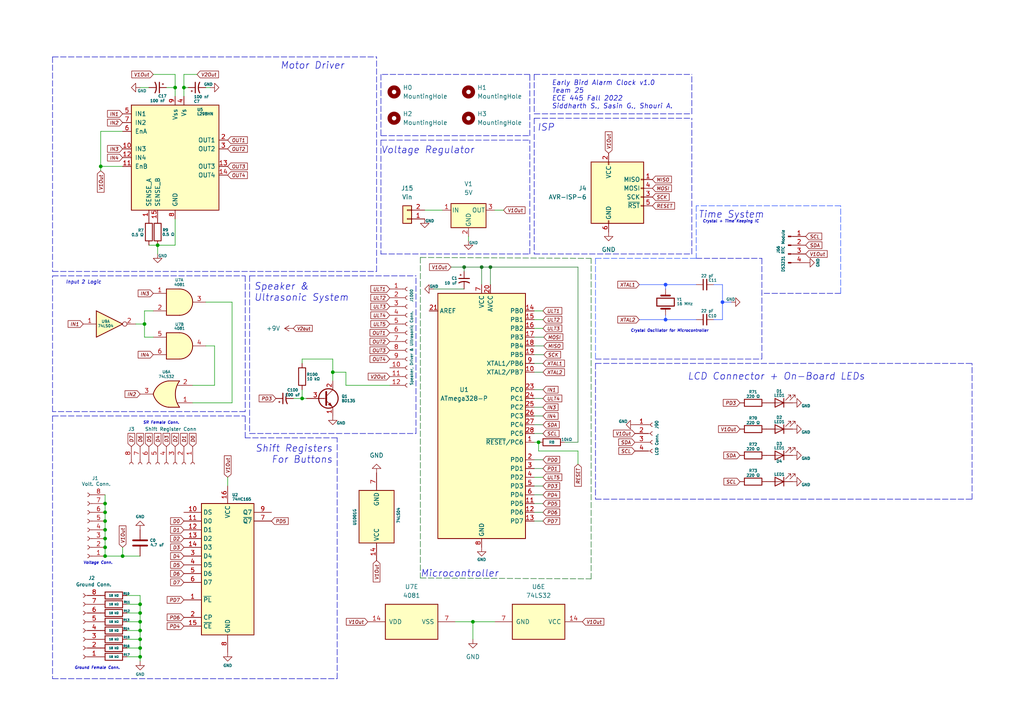
<source format=kicad_sch>
(kicad_sch (version 20211123) (generator eeschema)
  (paper "A4")
  (junction (at 134.62 77.47) (color 17 110 28 1))
  (junction (at 53.34 25.4))
  (junction (at 30.48 158.75))
  (junction (at 35.56 161.29))
  (junction (at 87.63 115.57))
  (junction (at 41.91 93.98))
  (junction (at 30.48 153.67))
  (junction (at 40.64 190.5))
  (junction (at 209.55 87.63) (color 32 74 255 1))
  (junction (at 142.24 77.47) (color 17 110 28 1))
  (junction (at 45.72 71.12))
  (junction (at 40.64 185.42))
  (junction (at 96.52 107.95))
  (junction (at 40.64 187.96))
  (junction (at 40.64 177.8))
  (junction (at 29.21 48.26))
  (junction (at 50.8 25.4))
  (junction (at 30.48 161.29))
  (junction (at 30.48 156.21))
  (junction (at 193.04 82.55) (color 32 74 255 1))
  (junction (at 40.64 175.26))
  (junction (at 40.64 180.34))
  (junction (at 156.21 128.27))
  (junction (at 30.48 151.13))
  (junction (at 137.16 180.34))
  (junction (at 30.48 148.59))
  (junction (at 30.48 146.05))
  (junction (at 139.7 77.47) (color 17 110 28 1))
  (junction (at 193.04 92.71) (color 32 74 255 1))
  (junction (at 40.64 182.88))
  (wire (pts (xy 40.64 175.26) (xy 40.64 177.8)))
  (polyline (pts (xy 72.39 125.73) (xy 120.65 125.73)))
  (wire (pts (xy 30.48 148.59) (xy 30.48 151.13)))
  (polyline (pts (xy 201.93 74.93) (xy 220.98 74.93)))
  (wire (pts (xy 36.83 182.88) (xy 40.64 182.88)))
  (polyline (pts (xy 154.94 33.02) (xy 200.66 33.02)))
  (polyline (pts (xy 15.24 196.85) (xy 97.79 196.85)))
  (polyline (pts (xy 243.84 59.69) (xy 201.93 59.69)) (stroke (width 0) (color 32 74 255 1)))
  (polyline (pts (xy 15.24 78.74) (xy 109.22 78.74)))
  (polyline (pts (xy 110.49 40.64) (xy 110.49 73.66)))
  (polyline (pts (xy 153.67 39.37) (xy 153.67 21.59)))
  (polyline (pts (xy 243.84 85.09) (xy 220.98 85.09)))
  (wire (pts (xy 41.91 90.17) (xy 44.45 90.17)))
  (wire (pts (xy 157.48 123.19) (xy 154.94 123.19)) (stroke (width 0) (color 17 110 28 1)))
  (wire (pts (xy 157.48 148.59) (xy 154.94 148.59)) (stroke (width 0) (color 17 110 28 1)))
  (wire (pts (xy 87.63 105.41) (xy 87.63 104.14)))
  (wire (pts (xy 154.94 97.79) (xy 157.734 97.79)) (stroke (width 0) (color 17 110 28 1)))
  (polyline (pts (xy 154.94 21.59) (xy 154.94 33.02)))
  (wire (pts (xy 40.64 187.96) (xy 40.64 190.5)))
  (wire (pts (xy 157.48 135.89) (xy 154.94 135.89)) (stroke (width 0) (color 17 110 28 1)))
  (wire (pts (xy 59.69 25.4) (xy 60.96 25.4)))
  (wire (pts (xy 193.04 82.55) (xy 201.93 82.55)) (stroke (width 0) (color 32 74 255 1)))
  (wire (pts (xy 157.48 125.73) (xy 154.94 125.73)) (stroke (width 0) (color 17 110 28 1)))
  (wire (pts (xy 207.01 82.55) (xy 209.55 82.55)) (stroke (width 0) (color 32 74 255 1)))
  (wire (pts (xy 209.55 82.55) (xy 209.55 87.63)) (stroke (width 0) (color 32 74 255 1)))
  (wire (pts (xy 29.21 38.1) (xy 29.21 48.26)))
  (wire (pts (xy 29.21 48.26) (xy 35.56 48.26)))
  (wire (pts (xy 157.48 133.35) (xy 154.94 133.35)) (stroke (width 0) (color 17 110 28 1)))
  (wire (pts (xy 154.94 143.51) (xy 157.48 143.51)) (stroke (width 0) (color 17 110 28 1)))
  (wire (pts (xy 157.48 115.57) (xy 154.94 115.57)) (stroke (width 0) (color 17 110 28 1)))
  (wire (pts (xy 134.62 77.47) (xy 139.7 77.47)) (stroke (width 0) (color 17 110 28 1)))
  (wire (pts (xy 100.33 111.76) (xy 100.33 107.95)))
  (wire (pts (xy 36.83 172.72) (xy 40.64 172.72)))
  (wire (pts (xy 139.7 77.47) (xy 139.7 82.55)) (stroke (width 0) (color 17 110 28 1)))
  (wire (pts (xy 50.8 63.5) (xy 50.8 71.12)))
  (wire (pts (xy 142.24 77.47) (xy 167.64 77.47)) (stroke (width 0) (color 17 110 28 1)))
  (wire (pts (xy 157.48 151.13) (xy 154.94 151.13)) (stroke (width 0) (color 17 110 28 1)))
  (wire (pts (xy 36.83 185.42) (xy 40.64 185.42)))
  (wire (pts (xy 55.88 116.84) (xy 67.31 116.84)))
  (polyline (pts (xy 71.12 119.38) (xy 15.24 119.38)))
  (wire (pts (xy 29.21 48.26) (xy 29.21 49.53)))
  (wire (pts (xy 142.24 77.47) (xy 142.24 82.55)) (stroke (width 0) (color 17 110 28 1)))
  (polyline (pts (xy 200.66 73.66) (xy 200.66 34.29)))
  (wire (pts (xy 50.8 21.59) (xy 44.45 21.59)))
  (wire (pts (xy 30.48 146.05) (xy 30.48 148.59)))
  (polyline (pts (xy 15.24 120.65) (xy 71.12 120.65)))
  (polyline (pts (xy 15.24 119.38) (xy 15.24 80.01)))
  (wire (pts (xy 36.83 177.8) (xy 40.64 177.8)))
  (polyline (pts (xy 97.79 127) (xy 71.12 127)))
  (wire (pts (xy 35.56 161.29) (xy 40.64 161.29)))
  (polyline (pts (xy 121.92 74.676) (xy 171.45 74.93)) (stroke (width 0) (color 17 110 28 1)))
  (wire (pts (xy 135.89 69.85) (xy 135.89 68.58)))
  (polyline (pts (xy 172.72 105.41) (xy 281.94 105.41)))
  (wire (pts (xy 154.94 146.05) (xy 157.48 146.05)) (stroke (width 0) (color 17 110 28 1)))
  (wire (pts (xy 40.64 182.88) (xy 40.64 185.42)))
  (wire (pts (xy 157.48 107.95) (xy 154.94 107.95)) (stroke (width 0) (color 17 110 28 1)))
  (wire (pts (xy 41.91 97.79) (xy 44.45 97.79)))
  (wire (pts (xy 35.56 38.1) (xy 29.21 38.1)))
  (wire (pts (xy 30.48 151.13) (xy 30.48 153.67)))
  (wire (pts (xy 154.94 90.17) (xy 157.48 90.17)))
  (wire (pts (xy 62.23 100.33) (xy 62.23 111.76)))
  (polyline (pts (xy 71.12 80.01) (xy 71.12 119.38)))
  (polyline (pts (xy 72.39 80.01) (xy 72.39 125.73)))
  (polyline (pts (xy 154.94 73.66) (xy 200.66 73.66)))
  (wire (pts (xy 209.55 87.63) (xy 212.09 87.63)) (stroke (width 0) (color 32 74 255 1)))
  (wire (pts (xy 157.48 105.41) (xy 154.94 105.41)) (stroke (width 0) (color 17 110 28 1)))
  (wire (pts (xy 143.51 60.96) (xy 146.05 60.96)))
  (wire (pts (xy 87.63 113.03) (xy 87.63 115.57)))
  (polyline (pts (xy 72.39 80.01) (xy 120.65 80.01)))
  (wire (pts (xy 123.19 60.96) (xy 128.27 60.96)))
  (wire (pts (xy 87.63 115.57) (xy 88.9 115.57)))
  (polyline (pts (xy 71.12 127) (xy 71.12 120.65)))
  (wire (pts (xy 113.03 111.76) (xy 100.33 111.76)))
  (wire (pts (xy 30.48 153.67) (xy 30.48 156.21)))
  (polyline (pts (xy 15.24 16.51) (xy 109.22 16.51)))
  (wire (pts (xy 48.26 25.4) (xy 50.8 25.4)))
  (wire (pts (xy 30.48 156.21) (xy 30.48 158.75)))
  (wire (pts (xy 154.94 102.87) (xy 157.734 102.87)) (stroke (width 0) (color 17 110 28 1)))
  (polyline (pts (xy 15.24 16.51) (xy 15.24 78.74)))
  (polyline (pts (xy 172.72 105.41) (xy 172.72 144.78)))
  (wire (pts (xy 157.48 118.11) (xy 154.94 118.11)) (stroke (width 0) (color 17 110 28 1)))
  (wire (pts (xy 41.91 93.98) (xy 41.91 90.17)))
  (wire (pts (xy 96.52 104.14) (xy 96.52 107.95)))
  (polyline (pts (xy 201.93 59.69) (xy 201.93 74.93)) (stroke (width 0) (color 32 74 255 1)))
  (wire (pts (xy 40.64 25.4) (xy 43.18 25.4)))
  (polyline (pts (xy 154.94 21.59) (xy 200.66 21.59)))
  (polyline (pts (xy 220.98 74.93) (xy 220.98 104.14)))
  (wire (pts (xy 137.16 180.34) (xy 137.16 185.42)))
  (wire (pts (xy 87.63 104.14) (xy 96.52 104.14)))
  (wire (pts (xy 62.23 100.33) (xy 59.69 100.33)))
  (wire (pts (xy 130.81 77.47) (xy 134.62 77.47)) (stroke (width 0) (color 17 110 28 1)))
  (wire (pts (xy 62.23 111.76) (xy 55.88 111.76)))
  (wire (pts (xy 154.94 100.33) (xy 157.734 100.33)) (stroke (width 0) (color 17 110 28 1)))
  (wire (pts (xy 36.83 180.34) (xy 40.64 180.34)))
  (wire (pts (xy 134.62 77.47) (xy 134.62 78.74)) (stroke (width 0) (color 17 110 28 1)))
  (wire (pts (xy 53.34 25.4) (xy 53.34 21.59)))
  (wire (pts (xy 36.83 187.96) (xy 40.64 187.96)))
  (wire (pts (xy 157.48 120.65) (xy 154.94 120.65)) (stroke (width 0) (color 17 110 28 1)))
  (wire (pts (xy 40.64 177.8) (xy 40.64 180.34)))
  (polyline (pts (xy 153.67 21.59) (xy 110.49 21.59)))
  (wire (pts (xy 45.72 71.12) (xy 50.8 71.12)))
  (polyline (pts (xy 97.79 196.85) (xy 97.79 127)))
  (polyline (pts (xy 172.72 74.93) (xy 172.72 104.14)) (stroke (width 0) (color 32 74 255 1)))
  (wire (pts (xy 193.04 83.82) (xy 193.04 82.55)) (stroke (width 0) (color 32 74 255 1)))
  (wire (pts (xy 207.01 92.71) (xy 209.55 92.71)) (stroke (width 0) (color 32 74 255 1)))
  (polyline (pts (xy 154.94 34.29) (xy 200.66 34.29)))
  (wire (pts (xy 50.8 25.4) (xy 50.8 21.59)))
  (polyline (pts (xy 110.49 73.66) (xy 153.67 73.66)))
  (wire (pts (xy 43.18 71.12) (xy 45.72 71.12)))
  (wire (pts (xy 50.8 27.94) (xy 50.8 25.4)))
  (wire (pts (xy 59.69 87.63) (xy 67.31 87.63)))
  (polyline (pts (xy 200.66 33.02) (xy 200.66 21.59)))
  (wire (pts (xy 45.72 71.12) (xy 45.72 73.66)))
  (wire (pts (xy 154.94 95.25) (xy 157.48 95.25)))
  (polyline (pts (xy 172.72 74.93) (xy 201.93 74.93)) (stroke (width 0) (color 32 74 255 1)))
  (wire (pts (xy 157.48 140.97) (xy 154.94 140.97)) (stroke (width 0) (color 17 110 28 1)))
  (wire (pts (xy 66.04 138.43) (xy 66.04 140.97)))
  (wire (pts (xy 167.64 128.27) (xy 163.83 128.27)) (stroke (width 0) (color 17 110 28 1)))
  (polyline (pts (xy 154.94 34.29) (xy 154.94 73.66)))
  (wire (pts (xy 53.34 21.59) (xy 57.15 21.59)))
  (wire (pts (xy 30.48 161.29) (xy 35.56 161.29)))
  (wire (pts (xy 193.04 91.44) (xy 193.04 92.71)) (stroke (width 0) (color 32 74 255 1)))
  (wire (pts (xy 154.94 138.43) (xy 157.48 138.43)))
  (polyline (pts (xy 243.84 85.09) (xy 243.84 59.69)) (stroke (width 0) (color 32 74 255 1)))
  (polyline (pts (xy 281.94 144.78) (xy 281.94 105.41)))
  (wire (pts (xy 156.21 130.81) (xy 167.64 130.81)))
  (wire (pts (xy 53.34 25.4) (xy 54.61 25.4)))
  (polyline (pts (xy 171.45 167.894) (xy 171.45 74.93)) (stroke (width 0) (color 17 110 28 1)))
  (polyline (pts (xy 109.22 78.74) (xy 109.22 16.51)))
  (wire (pts (xy 125.73 83.82) (xy 134.62 83.82)) (stroke (width 0) (color 17 110 28 1)))
  (wire (pts (xy 40.64 172.72) (xy 40.64 175.26)))
  (wire (pts (xy 96.52 107.95) (xy 96.52 110.49)))
  (wire (pts (xy 154.94 92.71) (xy 157.48 92.71)))
  (polyline (pts (xy 15.24 120.65) (xy 15.24 196.85)))
  (wire (pts (xy 35.56 158.75) (xy 35.56 161.29)))
  (wire (pts (xy 185.42 92.71) (xy 193.04 92.71)) (stroke (width 0) (color 32 74 255 1)))
  (wire (pts (xy 193.04 92.71) (xy 201.93 92.71)) (stroke (width 0) (color 32 74 255 1)))
  (polyline (pts (xy 15.24 80.01) (xy 71.12 80.01)))
  (wire (pts (xy 157.48 113.03) (xy 154.94 113.03)) (stroke (width 0) (color 17 110 28 1)))
  (wire (pts (xy 30.48 143.51) (xy 30.48 146.05)))
  (wire (pts (xy 139.7 77.47) (xy 142.24 77.47)) (stroke (width 0) (color 17 110 28 1)))
  (wire (pts (xy 167.64 77.47) (xy 167.64 128.27)) (stroke (width 0) (color 17 110 28 1)))
  (wire (pts (xy 209.55 87.63) (xy 209.55 92.71)) (stroke (width 0) (color 32 74 255 1)))
  (wire (pts (xy 39.37 93.98) (xy 41.91 93.98)))
  (wire (pts (xy 40.64 185.42) (xy 40.64 187.96)))
  (wire (pts (xy 100.33 107.95) (xy 96.52 107.95)))
  (wire (pts (xy 156.21 128.27) (xy 156.21 130.81)))
  (polyline (pts (xy 120.65 125.73) (xy 120.65 80.01)))
  (polyline (pts (xy 110.49 39.37) (xy 153.67 39.37)))
  (polyline (pts (xy 153.67 73.66) (xy 153.67 40.64)))
  (wire (pts (xy 132.08 180.34) (xy 137.16 180.34)))
  (wire (pts (xy 40.64 180.34) (xy 40.64 182.88)))
  (wire (pts (xy 53.34 27.94) (xy 53.34 25.4)))
  (polyline (pts (xy 121.92 167.64) (xy 171.45 167.894)) (stroke (width 0) (color 17 110 28 1)))
  (polyline (pts (xy 110.49 21.59) (xy 110.49 39.37)))
  (wire (pts (xy 36.83 190.5) (xy 40.64 190.5)))
  (wire (pts (xy 85.09 115.57) (xy 87.63 115.57)))
  (polyline (pts (xy 172.72 104.14) (xy 220.98 104.14)))
  (wire (pts (xy 167.64 130.81) (xy 167.64 134.62)))
  (wire (pts (xy 30.48 158.75) (xy 30.48 161.29)))
  (wire (pts (xy 41.91 93.98) (xy 41.91 97.79)))
  (wire (pts (xy 40.64 190.5) (xy 40.64 191.77)))
  (wire (pts (xy 67.31 87.63) (xy 67.31 116.84)))
  (wire (pts (xy 185.42 82.55) (xy 193.04 82.55)) (stroke (width 0) (color 32 74 255 1)))
  (polyline (pts (xy 121.92 74.676) (xy 121.92 167.64)) (stroke (width 0) (color 17 110 28 1)))
  (wire (pts (xy 156.21 128.27) (xy 154.94 128.27)))
  (wire (pts (xy 143.51 180.34) (xy 137.16 180.34)))
  (polyline (pts (xy 110.49 40.64) (xy 153.67 40.64)))
  (polyline (pts (xy 172.72 144.78) (xy 281.94 144.78)))
  (wire (pts (xy 36.83 175.26) (xy 40.64 175.26)))
  (text "Shift Registers\nFor Buttons" (at 96.52 134.62 180) (effects (font (size 2 2) italic) (justify right bottom)))
  (text "Crystal Oscillator for Microcontroller" (at 182.88 96.52 0) (effects (font (size 0.8 0.8) italic) (justify left bottom)))
  (text "LCD Connector + On-Board LEDs\n" (at 199.39 110.49 0) (effects (font (size 2 2) italic) (justify left bottom)))
  (text "Voltage Regulator" (at 110.49 44.8268 0) (effects (font (size 2 2) italic) (justify left bottom)))
  (text "ISP" (at 155.8085 38.2824 0) (effects (font (size 2 2) italic) (justify left bottom)))
  (text "Crystal + Time Keeping IC" (at 203.7607 64.7978 0) (effects (font (size 0.8 0.8) italic) (justify left bottom)))
  (text "Speaker &\nUltrasonic System" (at 73.66 87.63 0) (effects (font (size 2 2) italic) (justify left bottom)))
  (text "Input 2 Logic\n" (at 19.05 82.55 0) (effects (font (size 1 1) italic) (justify left bottom)))
  (text "Time System" (at 202.4907 63.5278 0) (effects (font (size 2 2) italic) (justify left bottom)))
  (text "Voltage Conn." (at 24.13 163.83 0) (effects (font (size 0.8 0.8) italic) (justify left bottom)))
  (text "SR Female Conn." (at 52.07 123.19 180) (effects (font (size 0.8 0.8) italic) (justify right bottom)))
  (text "Microcontroller" (at 121.92 167.64 0) (effects (font (size 2 2) italic) (justify left bottom)))
  (text "Motor Driver" (at 81.28 20.32 0) (effects (font (size 2 2) italic) (justify left bottom)))
  (text "Early Bird Alarm Clock v1.0\nTeam 25 \nECE 445 Fall 2022\nSiddharth S., Sasin G., Shouri A. " (at 160.02 31.75 0) (effects (font (size 1.4 1.4) italic) (justify left bottom)))
  (text "Ground Female Conn." (at 21.59 194.31 0) (effects (font (size 0.8 0.8) italic) (justify left bottom)))
  (global_label "ULT5" (shape input) (at 157.48 138.43 0) (effects (font (size 1 1) italic)) (property "Intersheet References" "${INTERSHEET_REFS}" (effects hide)))
  (global_label "OUT4" (shape input) (at 66.04 50.8 0) (effects (font (size 1 1) italic)) (property "Intersheet References" "${INTERSHEET_REFS}" (effects hide)))
  (global_label "IN4" (shape input) (at 44.45 102.87 180) (effects (font (size 1 1) italic)) (property "Intersheet References" "${INTERSHEET_REFS}" (effects hide)))
  (global_label "MOSI" (shape input) (at 157.734 97.79 0) (effects (font (size 1 1) italic)) (property "Intersheet References" "${INTERSHEET_REFS}" (effects hide)))
  (global_label "V1Out" (shape input) (at 233.68 73.66 0) (effects (font (size 1 1) italic)) (property "Intersheet References" "${INTERSHEET_REFS}" (effects hide)))
  (global_label "D6" (shape input) (at 53.34 166.37 180) (effects (font (size 1 1) italic)) (property "Intersheet References" "${INTERSHEET_REFS}" (effects hide)))
  (global_label "SCK" (shape input) (at 189.23 57.15 0) (effects (font (size 1 1) italic)) (property "Intersheet References" "${INTERSHEET_REFS}" (effects hide)))
  (global_label "SDA" (shape input) (at 233.68 71.12 0) (effects (font (size 1 1) italic)) (property "Intersheet References" "${INTERSHEET_REFS}" (effects hide)))
  (global_label "XTAL1" (shape input) (at 157.48 105.41 0) (effects (font (size 1 1) italic)) (property "Intersheet References" "${INTERSHEET_REFS}" (effects hide)))
  (global_label "V1Out" (shape input) (at 66.04 138.43 90) (effects (font (size 1 1) italic)) (property "Intersheet References" "${INTERSHEET_REFS}" (effects hide)))
  (global_label "OUT4" (shape input) (at 113.03 104.14 180) (effects (font (size 1 1) italic)) (property "Intersheet References" "${INTERSHEET_REFS}" (effects hide)))
  (global_label "OUT1" (shape input) (at 66.04 40.64 0) (effects (font (size 1 1) italic)) (property "Intersheet References" "${INTERSHEET_REFS}" (effects hide)))
  (global_label "PD4" (shape input) (at 157.48 143.51 0) (effects (font (size 1 1) italic)) (property "Intersheet References" "${INTERSHEET_REFS}" (effects hide)))
  (global_label "PD0" (shape input) (at 157.48 133.35 0) (effects (font (size 1 1) italic)) (property "Intersheet References" "${INTERSHEET_REFS}" (effects hide)))
  (global_label "V1Out" (shape input) (at 29.21 49.53 270) (effects (font (size 1 1) italic)) (property "Intersheet References" "${INTERSHEET_REFS}" (effects hide)))
  (global_label "ULT2" (shape input) (at 157.48 92.71 0) (effects (font (size 1 1) italic)) (property "Intersheet References" "${INTERSHEET_REFS}" (effects hide)))
  (global_label "D1" (shape input) (at 53.34 129.54 90) (effects (font (size 1 1) italic)) (property "Intersheet References" "${INTERSHEET_REFS}" (effects hide)))
  (global_label "V2Out" (shape input) (at 57.15 21.59 0) (effects (font (size 1 1) italic)) (property "Intersheet References" "${INTERSHEET_REFS}" (effects hide)))
  (global_label "SDA" (shape input) (at 157.48 123.19 0) (effects (font (size 1 1) italic)) (property "Intersheet References" "${INTERSHEET_REFS}" (effects hide)))
  (global_label "V1Out" (shape input) (at 146.05 60.96 0) (effects (font (size 1 1) italic)) (property "Intersheet References" "${INTERSHEET_REFS}" (effects hide)))
  (global_label "XTAL2" (shape input) (at 185.42 92.71 180) (effects (font (size 1 1) italic)) (property "Intersheet References" "${INTERSHEET_REFS}" (effects hide)))
  (global_label "D7" (shape input) (at 38.1 129.54 90) (effects (font (size 1 1) italic)) (property "Intersheet References" "${INTERSHEET_REFS}" (effects hide)))
  (global_label "IN3" (shape input) (at 35.56 43.18 180) (effects (font (size 1 1) italic)) (property "Intersheet References" "${INTERSHEET_REFS}" (effects hide)))
  (global_label "MISO" (shape input) (at 157.734 100.33 0) (effects (font (size 1 1) italic)) (property "Intersheet References" "${INTERSHEET_REFS}" (effects hide)))
  (global_label "D4" (shape input) (at 45.72 129.54 90) (effects (font (size 1 1) italic)) (property "Intersheet References" "${INTERSHEET_REFS}" (effects hide)))
  (global_label "XTAL2" (shape input) (at 157.48 107.95 0) (effects (font (size 1 1) italic)) (property "Intersheet References" "${INTERSHEET_REFS}" (effects hide)))
  (global_label "SDA" (shape input) (at 184.15 128.27 180) (effects (font (size 1 1) italic)) (property "Intersheet References" "${INTERSHEET_REFS}" (effects hide)))
  (global_label "PD6" (shape input) (at 53.34 179.07 180) (effects (font (size 1 1) italic)) (property "Intersheet References" "${INTERSHEET_REFS}" (effects hide)))
  (global_label "V1Out" (shape input) (at 109.22 162.56 270) (effects (font (size 1 1) italic)) (property "Intersheet References" "${INTERSHEET_REFS}" (effects hide)))
  (global_label "OUT3" (shape input) (at 66.04 48.26 0) (effects (font (size 1 1) italic)) (property "Intersheet References" "${INTERSHEET_REFS}" (effects hide)))
  (global_label "D2" (shape input) (at 53.34 156.21 180) (effects (font (size 1 1) italic)) (property "Intersheet References" "${INTERSHEET_REFS}" (effects hide)))
  (global_label "IN2" (shape input) (at 35.56 35.56 180) (effects (font (size 1 1) italic)) (property "Intersheet References" "${INTERSHEET_REFS}" (effects hide)))
  (global_label "V1Out" (shape input) (at 184.15 125.73 180) (effects (font (size 1 1) italic)) (property "Intersheet References" "${INTERSHEET_REFS}" (effects hide)))
  (global_label "ULT1" (shape input) (at 157.48 90.17 0) (effects (font (size 1 1) italic)) (property "Intersheet References" "${INTERSHEET_REFS}" (effects hide)))
  (global_label "D3" (shape input) (at 53.34 158.75 180) (effects (font (size 1 1) italic)) (property "Intersheet References" "${INTERSHEET_REFS}" (effects hide)))
  (global_label "IN4" (shape input) (at 35.56 45.72 180) (effects (font (size 1 1) italic)) (property "Intersheet References" "${INTERSHEET_REFS}" (effects hide)))
  (global_label "D7" (shape input) (at 53.34 168.91 180) (effects (font (size 1 1) italic)) (property "Intersheet References" "${INTERSHEET_REFS}" (effects hide)))
  (global_label "V1Out" (shape input) (at 44.45 21.59 180) (effects (font (size 1 1) italic)) (property "Intersheet References" "${INTERSHEET_REFS}" (effects hide)))
  (global_label "V1Out" (shape input) (at 168.91 180.34 0) (effects (font (size 1 1) italic)) (property "Intersheet References" "${INTERSHEET_REFS}" (effects hide)))
  (global_label "V1Out" (shape input) (at 106.68 180.34 180) (effects (font (size 1 1) italic)) (property "Intersheet References" "${INTERSHEET_REFS}" (effects hide)))
  (global_label "ULT1" (shape input) (at 113.03 83.82 180) (effects (font (size 1 1) italic)) (property "Intersheet References" "${INTERSHEET_REFS}" (effects hide)))
  (global_label "D3" (shape input) (at 48.26 129.54 90) (effects (font (size 1 1) italic)) (property "Intersheet References" "${INTERSHEET_REFS}" (effects hide)))
  (global_label "D5" (shape input) (at 53.34 163.83 180) (effects (font (size 1 1) italic)) (property "Intersheet References" "${INTERSHEET_REFS}" (effects hide)))
  (global_label "D0" (shape input) (at 55.88 129.54 90) (effects (font (size 1 1) italic)) (property "Intersheet References" "${INTERSHEET_REFS}" (effects hide)))
  (global_label "PD7" (shape input) (at 157.48 151.13 0) (effects (font (size 1 1) italic)) (property "Intersheet References" "${INTERSHEET_REFS}" (effects hide)))
  (global_label "V1Out" (shape input) (at 130.81 77.47 180) (effects (font (size 1 1) italic)) (property "Intersheet References" "${INTERSHEET_REFS}" (effects hide)))
  (global_label "IN3" (shape input) (at 157.48 118.11 0) (effects (font (size 1 1) italic)) (property "Intersheet References" "${INTERSHEET_REFS}" (effects hide)))
  (global_label "D4" (shape input) (at 53.34 161.29 180) (effects (font (size 1 1) italic)) (property "Intersheet References" "${INTERSHEET_REFS}" (effects hide)))
  (global_label "D1" (shape input) (at 53.34 153.67 180) (effects (font (size 1 1) italic)) (property "Intersheet References" "${INTERSHEET_REFS}" (effects hide)))
  (global_label "IN4" (shape input) (at 157.48 120.65 0) (effects (font (size 1 1) italic)) (property "Intersheet References" "${INTERSHEET_REFS}" (effects hide)))
  (global_label "IN3" (shape input) (at 44.45 85.09 180) (effects (font (size 1 1) italic)) (property "Intersheet References" "${INTERSHEET_REFS}" (effects hide)))
  (global_label "OUT1" (shape input) (at 113.03 96.52 180) (effects (font (size 1 1) italic)) (property "Intersheet References" "${INTERSHEET_REFS}" (effects hide)))
  (global_label "V2out" (shape input) (at 85.09 95.25 0) (effects (font (size 0.9 0.9) italic)) (property "Intersheet References" "${INTERSHEET_REFS}" (effects hide)))
  (global_label "D0" (shape input) (at 53.34 151.13 180) (effects (font (size 1 1) italic)) (property "Intersheet References" "${INTERSHEET_REFS}" (effects hide)))
  (global_label "SCK" (shape input) (at 157.734 102.87 0) (effects (font (size 1 1) italic)) (property "Intersheet References" "${INTERSHEET_REFS}" (effects hide)))
  (global_label "XTAL1" (shape input) (at 185.42 82.55 180) (effects (font (size 1 1) italic)) (property "Intersheet References" "${INTERSHEET_REFS}" (effects hide)))
  (global_label "ULT2" (shape input) (at 113.03 86.36 180) (effects (font (size 1 1) italic)) (property "Intersheet References" "${INTERSHEET_REFS}" (effects hide)))
  (global_label "D5" (shape input) (at 43.18 129.54 90) (effects (font (size 1 1) italic)) (property "Intersheet References" "${INTERSHEET_REFS}" (effects hide)))
  (global_label "PD4" (shape input) (at 53.34 181.61 180) (effects (font (size 1 1) italic)) (property "Intersheet References" "${INTERSHEET_REFS}" (effects hide)))
  (global_label "D2" (shape input) (at 50.8 129.54 90) (effects (font (size 1 1) italic)) (property "Intersheet References" "${INTERSHEET_REFS}" (effects hide)))
  (global_label "SCL" (shape input) (at 184.15 130.81 180) (effects (font (size 1 1) italic)) (property "Intersheet References" "${INTERSHEET_REFS}" (effects hide)))
  (global_label "PD6" (shape input) (at 157.48 148.59 0) (effects (font (size 1 1) italic)) (property "Intersheet References" "${INTERSHEET_REFS}" (effects hide)))
  (global_label "V1Out" (shape input) (at 214.63 124.46 180) (effects (font (size 1 1) italic)) (property "Intersheet References" "${INTERSHEET_REFS}" (effects hide)))
  (global_label "SCL" (shape input) (at 214.63 139.7 180) (effects (font (size 1 1) italic)) (property "Intersheet References" "${INTERSHEET_REFS}" (effects hide)))
  (global_label "PD7" (shape input) (at 53.34 173.99 180) (effects (font (size 1 1) italic)) (property "Intersheet References" "${INTERSHEET_REFS}" (effects hide)))
  (global_label "PD3" (shape input) (at 214.63 116.84 180) (effects (font (size 1 1) italic)) (property "Intersheet References" "${INTERSHEET_REFS}" (effects hide)))
  (global_label "PD1" (shape input) (at 157.48 135.89 0) (effects (font (size 1 1) italic)) (property "Intersheet References" "${INTERSHEET_REFS}" (effects hide)))
  (global_label "MISO" (shape input) (at 189.23 52.07 0) (effects (font (size 1 1) italic)) (property "Intersheet References" "${INTERSHEET_REFS}" (effects hide)))
  (global_label "PD5" (shape input) (at 78.74 151.13 0) (effects (font (size 1 1) italic)) (property "Intersheet References" "${INTERSHEET_REFS}" (effects hide)))
  (global_label "RESET" (shape input) (at 189.23 59.69 0) (effects (font (size 1 1) italic)) (property "Intersheet References" "${INTERSHEET_REFS}" (effects hide)))
  (global_label "IN1" (shape input) (at 157.48 113.03 0) (effects (font (size 1 1) italic)) (property "Intersheet References" "${INTERSHEET_REFS}" (effects hide)))
  (global_label "V1Out" (shape input) (at 176.53 44.45 90) (effects (font (size 1 1) italic)) (property "Intersheet References" "${INTERSHEET_REFS}" (effects hide)))
  (global_label "PD3" (shape input) (at 80.01 115.57 180) (effects (font (size 1 1) italic)) (property "Intersheet References" "${INTERSHEET_REFS}" (effects hide)))
  (global_label "IN1" (shape input) (at 35.56 33.02 180) (effects (font (size 1 1) italic)) (property "Intersheet References" "${INTERSHEET_REFS}" (effects hide)))
  (global_label "SDA" (shape input) (at 214.63 132.08 180) (effects (font (size 1 1) italic)) (property "Intersheet References" "${INTERSHEET_REFS}" (effects hide)))
  (global_label "ULT4" (shape input) (at 113.03 91.44 180) (effects (font (size 1 1) italic)) (property "Intersheet References" "${INTERSHEET_REFS}" (effects hide)))
  (global_label "SCL" (shape input) (at 157.48 125.73 0) (effects (font (size 1 1) italic)) (property "Intersheet References" "${INTERSHEET_REFS}" (effects hide)))
  (global_label "PD5" (shape input) (at 157.48 146.05 0) (effects (font (size 1 1) italic)) (property "Intersheet References" "${INTERSHEET_REFS}" (effects hide)))
  (global_label "SCL" (shape input) (at 233.68 68.58 0) (effects (font (size 1 1) italic)) (property "Intersheet References" "${INTERSHEET_REFS}" (effects hide)))
  (global_label "D6" (shape input) (at 40.64 129.54 90) (effects (font (size 1 1) italic)) (property "Intersheet References" "${INTERSHEET_REFS}" (effects hide)))
  (global_label "V2Out" (shape input) (at 113.03 109.22 180) (effects (font (size 1 1) italic)) (property "Intersheet References" "${INTERSHEET_REFS}" (effects hide)))
  (global_label "V1Out" (shape input) (at 35.56 158.75 90) (effects (font (size 1 1) italic)) (property "Intersheet References" "${INTERSHEET_REFS}" (effects hide)))
  (global_label "OUT3" (shape input) (at 113.03 101.6 180) (effects (font (size 1 1) italic)) (property "Intersheet References" "${INTERSHEET_REFS}" (effects hide)))
  (global_label "ULT3" (shape input) (at 157.48 95.25 0) (effects (font (size 1 1) italic)) (property "Intersheet References" "${INTERSHEET_REFS}" (effects hide)))
  (global_label "ULT5" (shape input) (at 113.03 93.98 180) (effects (font (size 1 1) italic)) (property "Intersheet References" "${INTERSHEET_REFS}" (effects hide)))
  (global_label "RESET" (shape input) (at 167.64 134.62 270) (effects (font (size 1 1) italic)) (property "Intersheet References" "${INTERSHEET_REFS}" (effects hide)))
  (global_label "MOSI" (shape input) (at 189.23 54.61 0) (effects (font (size 1 1) italic)) (property "Intersheet References" "${INTERSHEET_REFS}" (effects hide)))
  (global_label "PD3" (shape input) (at 157.48 140.97 0) (effects (font (size 1 1) italic)) (property "Intersheet References" "${INTERSHEET_REFS}" (effects hide)))
  (global_label "OUT2" (shape input) (at 113.03 99.06 180) (effects (font (size 1 1) italic)) (property "Intersheet References" "${INTERSHEET_REFS}" (effects hide)))
  (global_label "ULT3" (shape input) (at 113.03 88.9 180) (effects (font (size 1 1) italic)) (property "Intersheet References" "${INTERSHEET_REFS}" (effects hide)))
  (global_label "OUT2" (shape input) (at 66.04 43.18 0) (effects (font (size 1 1) italic)) (property "Intersheet References" "${INTERSHEET_REFS}" (effects hide)))
  (global_label "ULT4" (shape input) (at 157.48 115.57 0) (effects (font (size 1 1) italic)) (property "Intersheet References" "${INTERSHEET_REFS}" (effects hide)))
  (global_label "IN2" (shape input) (at 40.64 114.3 180) (effects (font (size 1 1) italic)) (property "Intersheet References" "${INTERSHEET_REFS}" (effects hide)))
  (global_label "IN1" (shape input) (at 24.13 93.98 180) (effects (font (size 1 1) italic)) (property "Intersheet References" "${INTERSHEET_REFS}" (effects hide)))
  (symbol (lib_id "74xx:74LS32") (at 156.21 180.34 270) (unit 5)
    (property "Reference" "U6" (at 156.21 170.18 90))
    (property "Value" "74LS32" (at 156.21 172.72 90))
    (property "Footprint" "or gate:DIP794W45P254L1969H508Q14" (effects hide))
    (property "Datasheet" "http://www.ti.com/lit/gpn/sn74LS32" (effects hide))
  )
  (symbol (lib_id "power:GND") (at 139.7 158.75 0) (unit 1)
    (property "Reference" "#PWR0112" (effects hide))
    (property "Value" "GND" (at 139.7 162.306 0) (effects (font (size 0.8 0.8))))
  )
  (symbol (lib_id "power:GND") (at 229.87 132.08 90) (unit 1)
    (property "Reference" "#PWR0124" (effects hide))
    (property "Value" "GND" (at 232.458 132.9636 90) (effects (font (size 0.8 0.8)) (justify right)))
  )
  (symbol (lib_id "power:+9V") (at 85.09 95.25 90) (unit 1)
    (property "Reference" "#PWR0114" (effects hide))
    (property "Value" "+9V" (at 81.28 95.2499 90) (effects (justify left)))
  )
  (symbol (lib_id "Device:R") (at 218.44 116.84 90) (unit 1)
    (property "Reference" "R71" (at 218.422 113.6569 90) (effects (font (size 0.8 0.8))))
    (property "Value" "220 Ω" (at 218.4401 114.9945 90) (effects (font (size 0.8 0.8))))
    (property "Footprint" "Resistor_SMD:R_0805_2012Metric_Pad1.20x1.40mm_HandSolder" (effects hide))
  )
  (symbol (lib_id "power:GND") (at 66.04 189.23 0) (unit 1)
    (property "Reference" "#PWR0105" (effects hide))
    (property "Value" "GND" (at 66.04 193.04 0) (effects (font (size 0.8 0.8))))
  )
  (symbol (lib_id "power:GND") (at 123.19 63.5 0) (unit 1)
    (property "Reference" "#PWR0101" (effects hide))
    (property "Value" "GND" (at 124.6439 64.0613 0) (effects (font (size 0.8 0.8))))
  )
  (symbol (lib_id "74xx:74HC165") (at 66.04 163.83 0) (unit 1)
    (property "Reference" "U2" (at 67.31 143.51 0) (effects (font (size 0.8 0.8)) (justify left)))
    (property "Value" "74HC165" (at 67.31 144.78 0) (effects (font (size 0.8 0.8)) (justify left)))
    (property "Footprint" "74HC165:SO-16" (effects hide))
    (property "Datasheet" "https://assets.nexperia.com/documents/data-sheet/74HC_HCT165.pdf" (effects hide))
  )
  (symbol (lib_id "power:GND") (at 229.87 139.7 90) (unit 1)
    (property "Reference" "#PWR0125" (effects hide))
    (property "Value" "GND" (at 232.458 140.5836 90) (effects (font (size 0.8 0.8)) (justify right)))
  )
  (symbol (lib_id "power:GND") (at 137.16 185.42 0) (unit 1)
    (property "Reference" "#PWR0123" (effects hide))
    (property "Value" "GND" (at 137.16 190.5 0))
  )
  (symbol (lib_id "power:GND") (at 125.73 83.82 270) (unit 1)
    (property "Reference" "#PWR0113" (effects hide))
    (property "Value" "GND" (at 127.1454 83.0782 90) (effects (font (size 0.8 0.8)) (justify right)))
  )
  (symbol (lib_id "Connector:Conn_01x08_Female") (at 24.13 182.88 180) (unit 1)
    (property "Reference" "J2" (at 26.5823 167.6544 0) (effects (font (size 1 1))))
    (property "Value" "Ground Conn." (at 27.2131 169.5343 0) (effects (font (size 1 1))))
    (property "Footprint" "1x8:61300811821" (effects hide))
  )
  (symbol (lib_id "Device:R") (at 33.02 172.72 90) (unit 1)
    (property "Reference" "R10" (at 36.6453 172.1901 90) (effects (font (size 0.6 0.6))))
    (property "Value" "10 kΩ" (at 33.02 172.72 90) (effects (font (size 0.6 0.6))))
    (property "Footprint" "Resistor_SMD:R_0805_2012Metric_Pad1.20x1.40mm_HandSolder" (effects hide))
  )
  (symbol (lib_id "power:GND") (at 40.64 191.77 0) (unit 1)
    (property "Reference" "#PWR0104" (effects hide))
    (property "Value" "GND" (at 40.64 195.58 0) (effects (font (size 0.8 0.8))))
  )
  (symbol (lib_id "4xxx:4081") (at 52.07 87.63 0) (unit 1)
    (property "Reference" "U7" (at 51.9765 81.2079 0) (effects (font (size 0.8 0.8))))
    (property "Value" "4081" (at 52.07 82.55 0) (effects (font (size 0.8 0.8))))
    (property "Footprint" "and:DIP794W45P254L1969H508Q14" (effects hide))
    (property "Datasheet" "http://www.intersil.com/content/dam/Intersil/documents/cd40/cd4073bms-81bms-82bms.pdf" (effects hide))
  )
  (symbol (lib_id "Device:R") (at 45.72 67.31 0) (unit 1)
    (property "Reference" "R9" (at 47.1218 66.7366 0) (effects (font (size 0.8 0.8)) (justify left)))
    (property "Value" "0.5 Ω" (at 47.059 68.0109 0) (effects (font (size 0.8 0.8)) (justify left)))
    (property "Footprint" "Resistor_SMD:R_0805_2012Metric_Pad1.20x1.40mm_HandSolder" (effects hide))
  )
  (symbol (lib_id "Device:C_Small") (at 204.47 82.55 90) (unit 1)
    (property "Reference" "C11" (at 207.9244 81.2765 90) (effects (font (size 0.8 0.8)) (justify left)))
    (property "Value" "22 pF" (at 207.01 80.01 90) (effects (font (size 0.8 0.8)) (justify left)))
    (property "Footprint" "Capacitor_SMD:CP_Elec_3x5.3" (effects hide))
  )
  (symbol (lib_id "power:GND") (at 212.09 87.63 90) (unit 1)
    (property "Reference" "#PWR0118" (effects hide))
    (property "Value" "GND" (at 210.6373 86.8146 90) (effects (font (size 0.8 0.8)) (justify right)))
  )
  (symbol (lib_id "Connector:Conn_01x12_Female") (at 118.11 96.52 0) (unit 1)
    (property "Reference" "J1000" (at 119.38 87.63 90) (effects (font (size 0.8 0.8)) (justify left)))
    (property "Value" "Speaker, Driver & Ultrasonic Conn." (at 119.38 111.76 90) (effects (font (size 0.8 0.8)) (justify left)))
    (property "Footprint" "Connector_PinHeader_2.54mm:PinHeader_1x12_P2.54mm_Vertical" (effects hide))
  )
  (symbol (lib_id "Device:LED") (at 226.06 116.84 180) (unit 1)
    (property "Reference" "D1" (at 226.0105 113.4491 0) (effects (font (size 0.8 0.8))))
    (property "Value" "LED1" (at 226.0571 114.702 0) (effects (font (size 0.8 0.8))))
    (property "Footprint" "LED_THT:LED_D1.8mm_W1.8mm_H2.4mm_Horizontal_O1.27mm_Z1.6mm" (effects hide))
  )
  (symbol (lib_id "Device:R") (at 87.63 109.22 0) (unit 1)
    (property "Reference" "R100" (at 88.9616 108.6292 0) (effects (font (size 0.8 0.8)) (justify left)))
    (property "Value" "10 kΩ" (at 88.9869 109.9072 0) (effects (font (size 0.8 0.8)) (justify left)))
    (property "Footprint" "Resistor_SMD:R_0805_2012Metric_Pad1.20x1.40mm_HandSolder" (effects hide))
  )
  (symbol (lib_id "power:GND") (at 60.96 25.4 90) (unit 1)
    (property "Reference" "#PWR0110" (effects hide))
    (property "Value" "GND" (at 59.1281 24.4514 90) (effects (font (size 0.8 0.8)) (justify right)))
  )
  (symbol (lib_id "power:GND") (at 229.87 124.46 90) (unit 1)
    (property "Reference" "#PWR0107" (effects hide))
    (property "Value" "GND" (at 232.458 125.3436 90) (effects (font (size 0.8 0.8)) (justify right)))
  )
  (symbol (lib_id "power:GND") (at 184.15 123.19 270) (unit 1)
    (property "Reference" "#PWR0120" (effects hide))
    (property "Value" "GND" (at 182.0271 122.2409 90) (effects (font (size 0.8 0.8)) (justify right)))
  )
  (symbol (lib_id "Device:C_Polarized_Small_US") (at 57.15 25.4 90) (unit 1)
    (property "Reference" "C7" (at 57.0664 29.4102 90) (effects (font (size 0.8 0.8))))
    (property "Value" "100 nF" (at 58.458 28.0649 90) (effects (font (size 0.8 0.8))))
    (property "Footprint" "Capacitor_SMD:CP_Elec_3x5.3" (effects hide))
  )
  (symbol (lib_id "Device:C_Polarized_Small_US") (at 82.55 115.57 90) (unit 1)
    (property "Reference" "C100" (at 84.8847 113.1298 90) (effects (font (size 0.8 0.8))))
    (property "Value" "100 uF" (at 84.8963 114.5233 90) (effects (font (size 0.8 0.8))))
    (property "Footprint" "Capacitor_SMD:CP_Elec_3x5.3" (effects hide))
  )
  (symbol (lib_id "Mechanical:MountingHole") (at 135.89 26.67 0) (unit 1)
    (property "Reference" "H1" (at 138.43 25.3999 0) (effects (justify left)))
    (property "Value" "MountingHole" (at 138.43 27.9399 0) (effects (justify left)))
    (property "Footprint" "MountingHole:MountingHole_3.2mm_M3" (effects hide))
  )
  (symbol (lib_id "power:GND") (at 96.52 120.65 0) (unit 1)
    (property "Reference" "#PWR0106" (effects hide))
    (property "Value" "GND" (at 98.9072 122.7044 0) (effects (font (size 0.8 0.8))))
  )
  (symbol (lib_id "Regulator_Linear:L7805") (at 135.89 60.96 0) (unit 1)
    (property "Reference" "V1" (at 135.89 53.34 0))
    (property "Value" "5V" (at 135.89 55.88 0))
    (property "Footprint" "LM7805CT_NOPB:TO254P1054X470X2600-3" (effects hide))
    (property "Datasheet" "http://www.st.com/content/ccc/resource/technical/document/datasheet/41/4f/b3/b0/12/d4/47/88/CD00000444.pdf/files/CD00000444.pdf/jcr:content/translations/en.CD00000444.pdf" (effects hide))
  )
  (symbol (lib_id "Connector:AVR-ISP-6") (at 179.07 57.15 0) (unit 1)
    (property "Reference" "J4" (at 170.18 54.6099 0) (effects (justify right)))
    (property "Value" "AVR-ISP-6" (at 170.18 57.1499 0) (effects (justify right)))
    (property "Footprint" "Connector_IDC:IDC-Header_2x03_P2.54mm_Vertical" (effects hide))
    (property "Datasheet" " ~" (effects hide))
  )
  (symbol (lib_id "74xx:74LS04") (at 31.75 93.98 0) (unit 1)
    (property "Reference" "U9" (at 30.6417 93.2418 0) (effects (font (size 0.8 0.8))))
    (property "Value" "74LS04" (at 30.6417 94.5118 0) (effects (font (size 0.8 0.8))))
    (property "Footprint" "notgate:DIP794W46P254L1969H533Q14" (effects hide))
    (property "Datasheet" "http://www.ti.com/lit/gpn/sn74LS04" (effects hide))
  )
  (symbol (lib_id "Device:C_Small") (at 204.47 92.71 90) (unit 1)
    (property "Reference" "C10" (at 207.8492 91.6196 90) (effects (font (size 0.8 0.8)) (justify left)))
    (property "Value" "22 pF" (at 207.01 90.17 90) (effects (font (size 0.8 0.8)) (justify left)))
    (property "Footprint" "Capacitor_SMD:CP_Elec_3x5.3" (effects hide))
  )
  (symbol (lib_id "MCU_Microchip_ATmega:ATmega328-P") (at 139.7 120.65 0) (unit 1)
    (property "Reference" "U1" (at 134.62 113.03 0))
    (property "Value" "ATmega328-P" (at 134.62 115.57 0))
    (property "Footprint" "Package_DIP:DIP-28_W7.62mm" (effects hide))
    (property "Datasheet" "http://ww1.microchip.com/downloads/en/DeviceDoc/ATmega328_P%20AVR%20MCU%20with%20picoPower%20Technology%20Data%20Sheet%2040001984A.pdf" (effects hide))
  )
  (symbol (lib_id "Connector_Generic:Conn_01x02") (at 118.11 63.5 180) (unit 1)
    (property "Reference" "J15" (at 118.11 54.61 0))
    (property "Value" "Vin" (at 118.11 57.15 0))
    (property "Footprint" "Connector_Molex:Molex_CLIK-Mate_502382-0270_1x02-1MP_P1.25mm_Vertical" (effects hide))
  )
  (symbol (lib_id "Device:R") (at 218.44 139.7 90) (unit 1)
    (property "Reference" "R73" (at 218.422 136.5169 90) (effects (font (size 0.8 0.8))))
    (property "Value" "220 Ω" (at 218.4401 137.8545 90) (effects (font (size 0.8 0.8))))
    (property "Footprint" "Resistor_SMD:R_0805_2012Metric_Pad1.20x1.40mm_HandSolder" (effects hide))
  )
  (symbol (lib_id "Transistor_BJT:BD135") (at 93.98 115.57 0) (unit 1)
    (property "Reference" "Q1" (at 99.06 114.935 0) (effects (font (size 0.8 0.8)) (justify left)))
    (property "Value" "BD135" (at 99.0556 116.2248 0) (effects (font (size 0.8 0.8)) (justify left)))
    (property "Footprint" "Package_TO_SOT_THT:TO-126-3_Vertical" (effects hide))
    (property "Datasheet" "http://www.st.com/internet/com/TECHNICAL_RESOURCES/TECHNICAL_LITERATURE/DATASHEET/CD00001225.pdf" (effects hide))
  )
  (symbol (lib_id "Device:R") (at 33.02 175.26 90) (unit 1)
    (property "Reference" "R11" (at 36.8201 174.6568 90) (effects (font (size 0.6 0.6))))
    (property "Value" "10 kΩ" (at 33.02 175.26 90) (effects (font (size 0.6 0.6))))
    (property "Footprint" "Resistor_SMD:R_0805_2012Metric_Pad1.20x1.40mm_HandSolder" (effects hide))
  )
  (symbol (lib_id "Connector:Conn_01x04_Male") (at 228.6 71.12 0) (unit 1)
    (property "Reference" "J66" (at 225.7254 72.3876 90) (effects (font (size 0.8 0.8))))
    (property "Value" "DS3231 RTC Module" (at 227.1517 72.7442 90) (effects (font (size 0.8 0.8))))
    (property "Footprint" "Connector_PinSocket_2.54mm:PinSocket_1x04_P2.54mm_Vertical" (effects hide))
  )
  (symbol (lib_id "4xxx:4081") (at 119.38 180.34 90) (unit 5)
    (property "Reference" "U7" (at 119.38 170.18 90))
    (property "Value" "4081" (at 119.38 172.72 90))
    (property "Footprint" "and:DIP794W45P254L1969H508Q14" (effects hide))
    (property "Datasheet" "http://www.intersil.com/content/dam/Intersil/documents/cd40/cd4073bms-81bms-82bms.pdf" (effects hide))
  )
  (symbol (lib_id "Device:R") (at 33.02 190.5 90) (unit 1)
    (property "Reference" "R17" (at 36.739 189.9009 90) (effects (font (size 0.6 0.6))))
    (property "Value" "10 kΩ" (at 33.02 190.5 90) (effects (font (size 0.6 0.6))))
    (property "Footprint" "Resistor_SMD:R_0805_2012Metric_Pad1.20x1.40mm_HandSolder" (effects hide))
  )
  (symbol (lib_id "Device:C_Polarized_Small_US") (at 134.62 81.28 0) (unit 1)
    (property "Reference" "C1" (at 130.9528 80.6882 0) (effects (font (size 0.8 0.8)) (justify left)))
    (property "Value" "10 uF" (at 128.9176 82.104 0) (effects (font (size 0.8 0.8)) (justify left)))
    (property "Footprint" "Capacitor_SMD:CP_Elec_3x5.3" (effects hide))
  )
  (symbol (lib_id "Connector:Conn_01x04_Female") (at 189.23 125.73 0) (unit 1)
    (property "Reference" "J90" (at 190.5 124.46 90) (effects (font (size 0.9 0.9)) (justify left)))
    (property "Value" "LCD Conn." (at 190.5 132.08 90) (effects (font (size 0.8 0.8)) (justify left)))
    (property "Footprint" "Connector_PinHeader_2.54mm:PinHeader_1x04_P2.54mm_Vertical" (effects hide))
  )
  (symbol (lib_id "power:GND") (at 229.87 116.84 90) (unit 1)
    (property "Reference" "#PWR0119" (effects hide))
    (property "Value" "GND" (at 232.458 117.7236 90) (effects (font (size 0.8 0.8)) (justify right)))
  )
  (symbol (lib_id "power:GND") (at 40.64 25.4 270) (unit 1)
    (property "Reference" "#PWR0109" (effects hide))
    (property "Value" "GND" (at 42.4719 26.3486 90) (effects (font (size 0.8 0.8)) (justify right)))
  )
  (symbol (lib_id "Connector:Conn_01x08_Female") (at 48.26 134.62 270) (unit 1)
    (property "Reference" "J3" (at 38.1 124.46 90) (effects (font (size 1 1))))
    (property "Value" "Shift Register Conn" (at 49.53 124.46 90) (effects (font (size 1 1))))
    (property "Footprint" "1x8:61300811821" (effects hide))
  )
  (symbol (lib_id "74xx:74LS04") (at 109.22 149.86 180) (unit 7)
    (property "Reference" "U1001" (at 102.87 152.4 90) (effects (font (size 0.8 0.8)) (justify right)))
    (property "Value" "74LS04" (at 115.57 151.765 90) (effects (font (size 0.8 0.8)) (justify right)))
    (property "Footprint" "notgate:DIP794W46P254L1969H533Q14" (effects hide))
    (property "Datasheet" "http://www.ti.com/lit/gpn/sn74LS04" (effects hide))
  )
  (symbol (lib_id "Device:C") (at 40.64 157.48 0) (unit 1)
    (property "Reference" "C0" (at 43.4625 156.7353 0) (effects (font (size 0.8 0.8)) (justify left)))
    (property "Value" "4.7 uF" (at 43.5834 158.0434 0) (effects (font (size 0.8 0.8)) (justify left)))
    (property "Footprint" "Capacitor_SMD:CP_Elec_3x5.3" (effects hide))
  )
  (symbol (lib_id "Device:LED") (at 226.06 139.7 180) (unit 1)
    (property "Reference" "D4" (at 226.0105 133.7691 0) (effects (font (size 0.8 0.8))))
    (property "Value" "LED1" (at 226.0571 137.562 0) (effects (font (size 0.8 0.8))))
    (property "Footprint" "LED_THT:LED_D1.8mm_W1.8mm_H2.4mm_Horizontal_O1.27mm_Z1.6mm" (effects hide))
  )
  (symbol (lib_id "Device:C_Polarized_Small_US") (at 45.72 25.4 270) (unit 1)
    (property "Reference" "C17" (at 47.1116 27.8647 90) (effects (font (size 0.8 0.8))))
    (property "Value" "100 nF" (at 45.72 29.21 90) (effects (font (size 0.8 0.8))))
    (property "Footprint" "Capacitor_SMD:CP_Elec_3x5.3" (effects hide))
  )
  (symbol (lib_id "Mechanical:MountingHole") (at 135.89 34.29 0) (unit 1)
    (property "Reference" "H3" (at 138.43 33.0199 0) (effects (justify left)))
    (property "Value" "MountingHole" (at 138.43 35.5599 0) (effects (justify left)))
    (property "Footprint" "MountingHole:MountingHole_3.2mm_M3" (effects hide))
  )
  (symbol (lib_id "Device:R") (at 218.44 132.08 90) (unit 1)
    (property "Reference" "R72" (at 218.422 128.8969 90) (effects (font (size 0.8 0.8))))
    (property "Value" "220 Ω" (at 218.4401 130.2345 90) (effects (font (size 0.8 0.8))))
    (property "Footprint" "Resistor_SMD:R_0805_2012Metric_Pad1.20x1.40mm_HandSolder" (effects hide))
  )
  (symbol (lib_id "Device:R") (at 33.02 180.34 90) (unit 1)
    (property "Reference" "R13" (at 36.6453 179.8038 90) (effects (font (size 0.6 0.6))))
    (property "Value" "10 kΩ" (at 33.02 180.34 90) (effects (font (size 0.6 0.6))))
    (property "Footprint" "Resistor_SMD:R_0805_2012Metric_Pad1.20x1.40mm_HandSolder" (effects hide))
  )
  (symbol (lib_id "74xx:74LS32") (at 48.26 114.3 180) (unit 1)
    (property "Reference" "U6" (at 48.252 107.8634 0) (effects (font (size 0.8 0.8))))
    (property "Value" "74LS32" (at 48.26 109.22 0) (effects (font (size 0.8 0.8))))
    (property "Footprint" "or gate:DIP794W45P254L1969H508Q14" (effects hide))
    (property "Datasheet" "http://www.ti.com/lit/gpn/sn74LS32" (effects hide))
  )
  (symbol (lib_id "power:GND") (at 176.53 67.31 0) (unit 1)
    (property "Reference" "#PWR0116" (effects hide))
    (property "Value" "GND" (at 176.53 72.39 0))
  )
  (symbol (lib_id "Mechanical:MountingHole") (at 114.3 26.67 0) (unit 1)
    (property "Reference" "H0" (at 116.84 25.3999 0) (effects (justify left)))
    (property "Value" "MountingHole" (at 116.84 27.9399 0) (effects (justify left)))
    (property "Footprint" "MountingHole:MountingHole_3.2mm_M3" (effects hide))
  )
  (symbol (lib_id "power:GND") (at 233.68 76.2 90) (unit 1)
    (property "Reference" "#PWR0111" (effects hide))
    (property "Value" "GND" (at 237.236 76.2 0) (effects (font (size 0.8 0.8))))
  )
  (symbol (lib_id "power:GND") (at 40.64 153.67 180) (unit 1)
    (property "Reference" "#PWR0103" (effects hide))
    (property "Value" "GND" (at 40.64 149.86 0) (effects (font (size 0.8 0.8))))
  )
  (symbol (lib_id "4xxx:4081") (at 52.07 100.33 0) (unit 2)
    (property "Reference" "U7" (at 52.0479 94.0786 0) (effects (font (size 0.8 0.8))))
    (property "Value" "4081" (at 52.07 95.25 0) (effects (font (size 0.8 0.8))))
    (property "Footprint" "and:DIP794W45P254L1969H508Q14" (effects hide))
    (property "Datasheet" "http://www.intersil.com/content/dam/Intersil/documents/cd40/cd4073bms-81bms-82bms.pdf" (effects hide))
  )
  (symbol (lib_id "Device:R") (at 33.02 177.8 90) (unit 1)
    (property "Reference" "R12" (at 36.7618 177.2012 90) (effects (font (size 0.6 0.6))))
    (property "Value" "10 kΩ" (at 33.02 177.8 90) (effects (font (size 0.6 0.6))))
    (property "Footprint" "Resistor_SMD:R_0805_2012Metric_Pad1.20x1.40mm_HandSolder" (effects hide))
  )
  (symbol (lib_id "power:GND") (at 135.89 69.85 0) (unit 1)
    (property "Reference" "#PWR0102" (effects hide))
    (property "Value" "GND" (at 137.3439 70.4113 0) (effects (font (size 0.8 0.8))))
  )
  (symbol (lib_id "Device:R") (at 160.02 128.27 90) (unit 1)
    (property "Reference" "R8" (at 160.021 128.2754 90) (effects (font (size 0.8 0.8))))
    (property "Value" "10kΩ" (at 164.3434 127.4818 90) (effects (font (size 0.8 0.8))))
    (property "Footprint" "Resistor_SMD:R_0805_2012Metric_Pad1.20x1.40mm_HandSolder" (effects hide))
  )
  (symbol (lib_id "Device:R") (at 218.44 124.46 90) (unit 1)
    (property "Reference" "R70" (at 218.422 121.2769 90) (effects (font (size 0.8 0.8))))
    (property "Value" "220 Ω" (at 218.4401 122.6145 90) (effects (font (size 0.8 0.8))))
    (property "Footprint" "Resistor_SMD:R_0805_2012Metric_Pad1.20x1.40mm_HandSolder" (effects hide))
  )
  (symbol (lib_id "power:GND") (at 109.22 137.16 180) (unit 1)
    (property "Reference" "#PWR0122" (effects hide))
    (property "Value" "GND" (at 109.22 132.08 0))
  )
  (symbol (lib_id "Device:R") (at 33.02 185.42 90) (unit 1)
    (property "Reference" "R15" (at 36.7361 184.837 90) (effects (font (size 0.6 0.6))))
    (property "Value" "10 kΩ" (at 33.02 185.42 90) (effects (font (size 0.6 0.6))))
    (property "Footprint" "Resistor_SMD:R_0805_2012Metric_Pad1.20x1.40mm_HandSolder" (effects hide))
  )
  (symbol (lib_id "Device:LED") (at 226.06 124.46 180) (unit 1)
    (property "Reference" "D2" (at 226.0105 121.0691 0) (effects (font (size 0.8 0.8))))
    (property "Value" "LED1" (at 226.0571 122.322 0) (effects (font (size 0.8 0.8))))
    (property "Footprint" "LED_THT:LED_D1.8mm_W1.8mm_H2.4mm_Horizontal_O1.27mm_Z1.6mm" (effects hide))
  )
  (symbol (lib_id "Device:R") (at 33.02 187.96 90) (unit 1)
    (property "Reference" "R16" (at 36.7037 187.3912 90) (effects (font (size 0.6 0.6))))
    (property "Value" "10 kΩ" (at 33.02 187.96 90) (effects (font (size 0.6 0.6))))
    (property "Footprint" "Resistor_SMD:R_0805_2012Metric_Pad1.20x1.40mm_HandSolder" (effects hide))
  )
  (symbol (lib_id "Driver_Motor:L298HN") (at 50.8 45.72 0) (unit 1)
    (property "Reference" "U5" (at 57.1743 31.7982 0) (effects (font (size 0.8 0.8)) (justify left)))
    (property "Value" "L298HN" (at 57.15 33.02 0) (effects (font (size 0.8 0.8)) (justify left)))
    (property "Footprint" "Package_TO_SOT_THT:TO-220-15_P2.54x2.54mm_StaggerOdd_Lead5.84mm_TabDown" (effects hide))
    (property "Datasheet" "http://www.st.com/st-web-ui/static/active/en/resource/technical/document/datasheet/CD00000240.pdf" (effects hide))
  )
  (symbol (lib_id "Mechanical:MountingHole") (at 114.3 34.29 0) (unit 1)
    (property "Reference" "H2" (at 116.84 33.0199 0) (effects (justify left)))
    (property "Value" "MountingHole" (at 116.84 35.5599 0) (effects (justify left)))
    (property "Footprint" "MountingHole:MountingHole_3.2mm_M3" (effects hide))
  )
  (symbol (lib_id "Device:R") (at 33.02 182.88 90) (unit 1)
    (property "Reference" "R14" (at 36.6582 182.3432 90) (effects (font (size 0.6 0.6))))
    (property "Value" "10 kΩ" (at 33.02 182.88 90) (effects (font (size 0.6 0.6))))
    (property "Footprint" "Resistor_SMD:R_0805_2012Metric_Pad1.20x1.40mm_HandSolder" (effects hide))
  )
  (symbol (lib_id "Device:R") (at 43.18 67.31 0) (unit 1)
    (property "Reference" "R7" (at 39.9988 66.8051 0) (effects (font (size 0.8 0.8)) (justify left)))
    (property "Value" "0.5 Ω" (at 38.1199 68.0794 0) (effects (font (size 0.8 0.8)) (justify left)))
    (property "Footprint" "Resistor_SMD:R_0805_2012Metric_Pad1.20x1.40mm_HandSolder" (effects hide))
  )
  (symbol (lib_id "Device:Crystal") (at 193.04 87.63 90) (unit 1)
    (property "Reference" "Y1" (at 196.2932 86.8304 90) (effects (font (size 0.8 0.8)) (justify right)))
    (property "Value" "16 MHz" (at 196.2932 88.1004 90) (effects (font (size 0.8 0.8)) (justify right)))
    (property "Footprint" "ABL-16:XTAL_HC49P488W46L1150T500H350" (effects hide))
  )
  (symbol (lib_id "Device:LED") (at 226.06 132.08 180) (unit 1)
    (property "Reference" "D3" (at 226.0105 128.6891 0) (effects (font (size 0.8 0.8))))
    (property "Value" "LED1" (at 226.0571 129.942 0) (effects (font (size 0.8 0.8))))
    (property "Footprint" "LED_THT:LED_D1.8mm_W1.8mm_H2.4mm_Horizontal_O1.27mm_Z1.6mm" (effects hide))
  )
  (symbol (lib_id "Connector:Conn_01x08_Female") (at 25.4 153.67 180) (unit 1)
    (property "Reference" "J1" (at 27.6006 138.711 0) (effects (font (size 1 1))))
    (property "Value" "Volt. Conn." (at 27.914 140.3728 0) (effects (font (size 1 1))))
    (property "Footprint" "1x8:61300811821" (effects hide))
  )
  (symbol (lib_id "power:GND") (at 45.72 73.66 0) (unit 1)
    (property "Reference" "#PWR0108" (effects hide))
    (property "Value" "GND" (at 47.193 74.1891 0) (effects (font (size 0.8 0.8))))
  )
)
</source>
